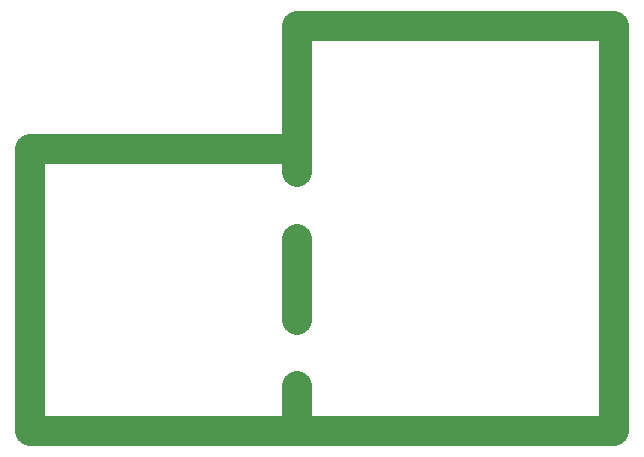
<source format=gko>
G04 #@! TF.FileFunction,Profile,NP*
%FSLAX46Y46*%
G04 Gerber Fmt 4.6, Leading zero omitted, Abs format (unit mm)*
G04 Created by KiCad (PCBNEW 0.201506222247+5806~23~ubuntu14.04.1-product) date Tue 30 Jun 2015 21:50:21 CEST*
%MOMM*%
G01*
G04 APERTURE LIST*
%ADD10C,0.100000*%
%ADD11C,2.540000*%
G04 APERTURE END LIST*
D10*
D11*
X147193000Y-106426000D02*
X147193000Y-110236000D01*
X147193000Y-93980000D02*
X147193000Y-100838000D01*
X147193000Y-86360000D02*
X147193000Y-88265000D01*
X147193000Y-75946000D02*
X147193000Y-86360000D01*
X124587000Y-86360000D02*
X147066000Y-86360000D01*
X124587000Y-110236000D02*
X124587000Y-86360000D01*
X147193000Y-110236000D02*
X124587000Y-110236000D01*
X173990000Y-110236000D02*
X147193000Y-110236000D01*
X173990000Y-75946000D02*
X173990000Y-110236000D01*
X147193000Y-75946000D02*
X173990000Y-75946000D01*
D10*
X174371000Y-75946000D02*
X174498000Y-75946000D01*
M02*

</source>
